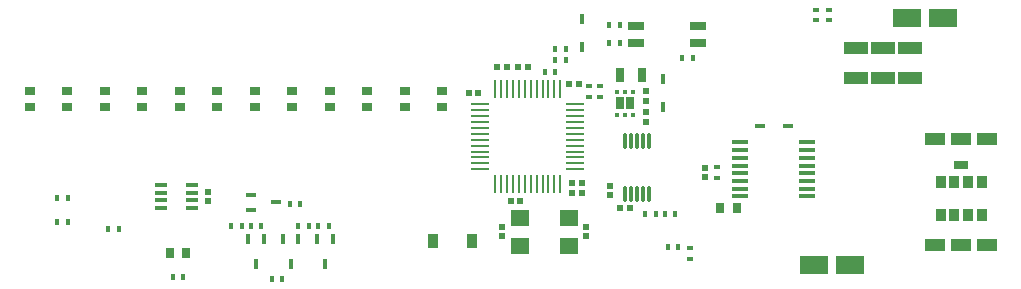
<source format=gbp>
G04 Layer_Color=128*
%FSAX25Y25*%
%MOIN*%
G70*
G01*
G75*
%ADD10R,0.01772X0.03347*%
%ADD18R,0.01969X0.02047*%
%ADD19R,0.01772X0.02165*%
%ADD20R,0.02165X0.01772*%
%ADD22R,0.02047X0.01969*%
%ADD43R,0.02756X0.05118*%
%ADD58R,0.05512X0.03150*%
%ADD59R,0.07874X0.04331*%
%ADD60R,0.01181X0.01772*%
%ADD62R,0.01575X0.03347*%
%ADD63O,0.01181X0.05512*%
%ADD64R,0.09449X0.06102*%
%ADD65R,0.03347X0.01575*%
%ADD66R,0.03347X0.01772*%
%ADD67R,0.02756X0.03543*%
%ADD68R,0.03583X0.04803*%
%ADD69R,0.05800X0.01400*%
%ADD70R,0.03937X0.01772*%
%ADD71O,0.06102X0.00984*%
%ADD72O,0.00984X0.06102*%
%ADD73R,0.06300X0.05500*%
%ADD74R,0.06693X0.04331*%
%ADD75R,0.03347X0.04331*%
%ADD76R,0.05118X0.02756*%
%ADD77R,0.03543X0.02756*%
G04:AMPARAMS|DCode=147|XSize=39.37mil|YSize=27.56mil|CornerRadius=1.93mil|HoleSize=0mil|Usage=FLASHONLY|Rotation=270.000|XOffset=0mil|YOffset=0mil|HoleType=Round|Shape=RoundedRectangle|*
%AMROUNDEDRECTD147*
21,1,0.03937,0.02370,0,0,270.0*
21,1,0.03551,0.02756,0,0,270.0*
1,1,0.00386,-0.01185,-0.01776*
1,1,0.00386,-0.01185,0.01776*
1,1,0.00386,0.01185,0.01776*
1,1,0.00386,0.01185,-0.01776*
%
%ADD147ROUNDEDRECTD147*%
D10*
X0626000Y0549847D02*
D03*
X0628559Y0558153D02*
D03*
X0623441D02*
D03*
X0614500Y0549847D02*
D03*
X0617059Y0558153D02*
D03*
X0611941D02*
D03*
X0637500Y0549847D02*
D03*
X0640059Y0558153D02*
D03*
X0634941D02*
D03*
D18*
X0694886Y0615500D02*
D03*
X0698114D02*
D03*
X0705114D02*
D03*
X0701886D02*
D03*
X0735886Y0568500D02*
D03*
X0739114D02*
D03*
X0723114Y0573500D02*
D03*
X0719886D02*
D03*
X0723114Y0577000D02*
D03*
X0719886D02*
D03*
X0702614Y0571000D02*
D03*
X0699386D02*
D03*
X0685386Y0607000D02*
D03*
X0688614D02*
D03*
X0722114Y0610000D02*
D03*
X0718886D02*
D03*
D19*
X0714272Y0614000D02*
D03*
X0710728D02*
D03*
X0735772Y0629500D02*
D03*
X0732228D02*
D03*
X0735772Y0623500D02*
D03*
X0732228D02*
D03*
X0760043Y0618500D02*
D03*
X0756500D02*
D03*
X0750728Y0566500D02*
D03*
X0754272D02*
D03*
X0625728Y0570000D02*
D03*
X0629272D02*
D03*
X0590272Y0545500D02*
D03*
X0586728D02*
D03*
X0551772Y0564000D02*
D03*
X0548228D02*
D03*
X0551772Y0572000D02*
D03*
X0548228D02*
D03*
X0755272Y0555500D02*
D03*
X0751728D02*
D03*
X0632000Y0562500D02*
D03*
X0628457D02*
D03*
X0638772D02*
D03*
X0635228D02*
D03*
X0623272Y0545000D02*
D03*
X0619728D02*
D03*
X0565228Y0561500D02*
D03*
X0568772D02*
D03*
X0717772Y0618000D02*
D03*
X0714228D02*
D03*
X0717772Y0621500D02*
D03*
X0714228D02*
D03*
X0744228Y0566500D02*
D03*
X0747772D02*
D03*
X0616272Y0562500D02*
D03*
X0612728D02*
D03*
X0609772D02*
D03*
X0606228D02*
D03*
D20*
X0725500Y0609272D02*
D03*
Y0605728D02*
D03*
X0729000Y0609272D02*
D03*
Y0605728D02*
D03*
X0801000Y0634772D02*
D03*
Y0631228D02*
D03*
X0805500Y0634772D02*
D03*
Y0631228D02*
D03*
X0768000Y0578728D02*
D03*
Y0582272D02*
D03*
X0759000Y0551728D02*
D03*
Y0555272D02*
D03*
D22*
X0744500Y0607614D02*
D03*
Y0604386D02*
D03*
X0732500Y0576114D02*
D03*
Y0572886D02*
D03*
X0764000Y0582114D02*
D03*
Y0578886D02*
D03*
X0598500Y0574114D02*
D03*
Y0570886D02*
D03*
X0696586Y0559135D02*
D03*
Y0562364D02*
D03*
X0724586D02*
D03*
Y0559135D02*
D03*
X0744500Y0597386D02*
D03*
Y0600614D02*
D03*
D43*
X0735760Y0613000D02*
D03*
X0743240D02*
D03*
D58*
X0741264Y0623646D02*
D03*
Y0629354D02*
D03*
X0761736Y0623646D02*
D03*
Y0629354D02*
D03*
D59*
X0814500Y0622118D02*
D03*
Y0611882D02*
D03*
X0823500Y0622118D02*
D03*
Y0611882D02*
D03*
X0832500D02*
D03*
Y0622118D02*
D03*
D60*
X0734941Y0607339D02*
D03*
X0737500D02*
D03*
X0740059D02*
D03*
Y0599661D02*
D03*
X0737500D02*
D03*
X0734941D02*
D03*
D62*
X0723000Y0622374D02*
D03*
Y0631626D02*
D03*
X0750000Y0611626D02*
D03*
Y0602374D02*
D03*
D63*
X0745437Y0573142D02*
D03*
X0743469D02*
D03*
X0741500D02*
D03*
X0739532D02*
D03*
X0737563D02*
D03*
X0745437Y0590858D02*
D03*
X0743469D02*
D03*
X0741500D02*
D03*
X0739532D02*
D03*
X0737563D02*
D03*
D64*
X0812504Y0549500D02*
D03*
X0800496D02*
D03*
X0843504Y0632000D02*
D03*
X0831496D02*
D03*
D65*
X0782374Y0596000D02*
D03*
X0791626D02*
D03*
D66*
X0621153Y0570500D02*
D03*
X0612847Y0573059D02*
D03*
Y0567941D02*
D03*
D67*
X0591256Y0553500D02*
D03*
X0585744D02*
D03*
X0774756Y0568500D02*
D03*
X0769244D02*
D03*
D68*
X0673563Y0557500D02*
D03*
X0686437D02*
D03*
D69*
X0775900Y0572543D02*
D03*
Y0575102D02*
D03*
Y0577661D02*
D03*
Y0580221D02*
D03*
Y0582780D02*
D03*
Y0585339D02*
D03*
Y0587898D02*
D03*
Y0590457D02*
D03*
X0798100D02*
D03*
Y0587898D02*
D03*
Y0585339D02*
D03*
Y0582780D02*
D03*
Y0580221D02*
D03*
Y0577661D02*
D03*
Y0575102D02*
D03*
Y0572543D02*
D03*
D70*
X0593118Y0576339D02*
D03*
Y0573779D02*
D03*
Y0571220D02*
D03*
X0582882D02*
D03*
Y0573779D02*
D03*
Y0576339D02*
D03*
Y0568661D02*
D03*
X0593118D02*
D03*
D71*
X0720894Y0581520D02*
D03*
Y0583488D02*
D03*
Y0585457D02*
D03*
Y0587425D02*
D03*
Y0589394D02*
D03*
Y0591362D02*
D03*
Y0593331D02*
D03*
Y0595299D02*
D03*
Y0597268D02*
D03*
Y0599236D02*
D03*
Y0601205D02*
D03*
Y0603173D02*
D03*
X0689201D02*
D03*
Y0601205D02*
D03*
Y0599236D02*
D03*
Y0597268D02*
D03*
Y0595299D02*
D03*
Y0593331D02*
D03*
Y0591362D02*
D03*
Y0589394D02*
D03*
Y0587425D02*
D03*
Y0585457D02*
D03*
Y0583488D02*
D03*
Y0581520D02*
D03*
D72*
X0715874Y0608193D02*
D03*
X0713906D02*
D03*
X0711937D02*
D03*
X0709969D02*
D03*
X0708000D02*
D03*
X0706032D02*
D03*
X0704063D02*
D03*
X0702095D02*
D03*
X0700126D02*
D03*
X0698158D02*
D03*
X0696189D02*
D03*
X0694221D02*
D03*
Y0576500D02*
D03*
X0696189D02*
D03*
X0698158D02*
D03*
X0700126D02*
D03*
X0702095D02*
D03*
X0704063D02*
D03*
X0706032D02*
D03*
X0708000D02*
D03*
X0709969D02*
D03*
X0711937D02*
D03*
X0713906D02*
D03*
X0715874D02*
D03*
D73*
X0718736Y0555850D02*
D03*
X0702436D02*
D03*
Y0565350D02*
D03*
X0718736D02*
D03*
D74*
X0840839Y0556284D02*
D03*
X0849500D02*
D03*
X0858161D02*
D03*
Y0591716D02*
D03*
X0849500D02*
D03*
X0840839D02*
D03*
D75*
X0856291Y0566323D02*
D03*
X0851764D02*
D03*
X0847236D02*
D03*
X0842709D02*
D03*
Y0577347D02*
D03*
X0847236D02*
D03*
X0851764D02*
D03*
X0856291D02*
D03*
D76*
X0849500Y0582858D02*
D03*
D77*
X0539000Y0607756D02*
D03*
Y0602244D02*
D03*
X0551500Y0607756D02*
D03*
Y0602244D02*
D03*
X0564000Y0607756D02*
D03*
Y0602244D02*
D03*
X0576500Y0607756D02*
D03*
Y0602244D02*
D03*
X0589000Y0607756D02*
D03*
Y0602244D02*
D03*
X0601500Y0607756D02*
D03*
Y0602244D02*
D03*
X0614000Y0607756D02*
D03*
Y0602244D02*
D03*
X0626500Y0607756D02*
D03*
Y0602244D02*
D03*
X0639000Y0607756D02*
D03*
Y0602244D02*
D03*
X0651500Y0607756D02*
D03*
Y0602244D02*
D03*
X0664000Y0607756D02*
D03*
Y0602244D02*
D03*
X0676500Y0607756D02*
D03*
Y0602244D02*
D03*
D147*
X0735728Y0603500D02*
D03*
X0739272D02*
D03*
M02*

</source>
